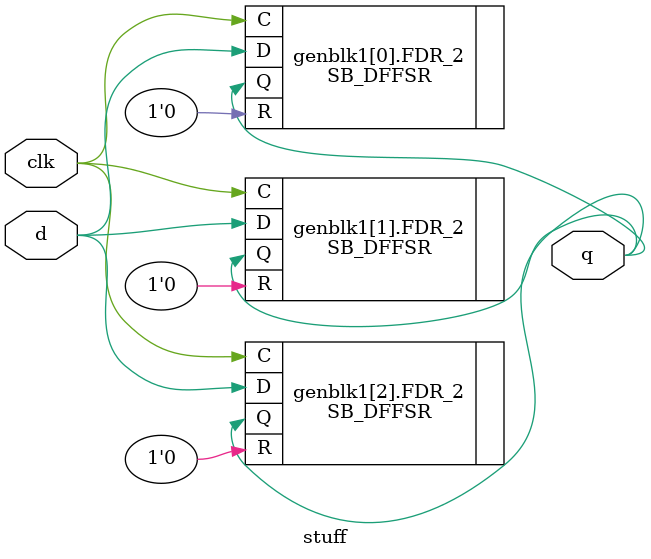
<source format=v>
module top(input clk, input d, output wire q1, output wire q2);
    stuff #(.t(1)) lefti(clk, d, q1);
    stuff #(.t(2)) righti(clk, d, q2);
endmodule

(* keep_hierarchy *)
module stuff #(parameter t=2) (input clk, input d, output reg q);
    // always @(posedge clk)
        // q <= d;
genvar j;
    for (j=0; j <= 2; j=j+1) begin
	SB_DFFSR FDR_2 (
		.Q(q[0]),
		.C(clk),
		.D(d),
		.R(1'b0)
	);
end//latch

endmodule
</source>
